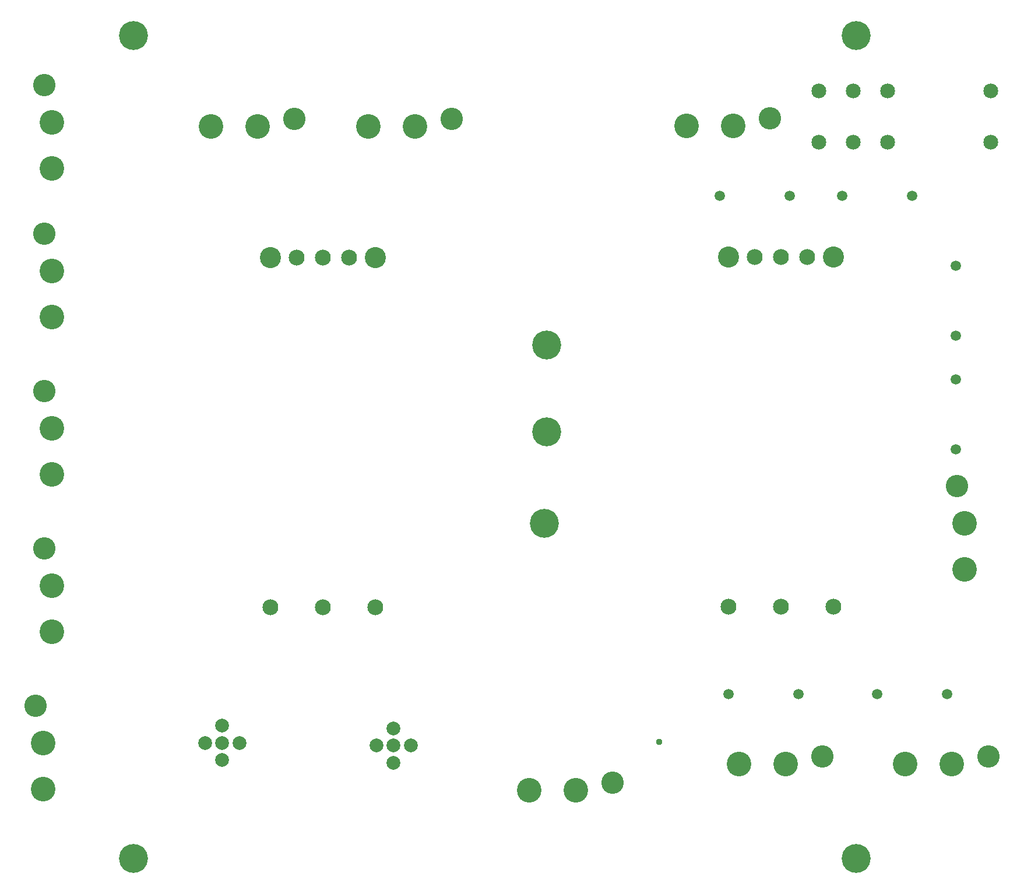
<source format=gbr>
G04 EAGLE Gerber RS-274X export*
G75*
%MOMM*%
%FSLAX34Y34*%
%LPD*%
%INSoldermask Bottom*%
%IPPOS*%
%AMOC8*
5,1,8,0,0,1.08239X$1,22.5*%
G01*
%ADD10C,4.203200*%
%ADD11C,3.578200*%
%ADD12C,3.253200*%
%ADD13C,2.153200*%
%ADD14C,2.303200*%
%ADD15C,3.068200*%
%ADD16C,1.511200*%
%ADD17C,2.003200*%
%ADD18C,0.959600*%


D10*
X220000Y1910000D03*
X220000Y715000D03*
X1270000Y715000D03*
X1270000Y1910000D03*
X820420Y1334760D03*
X820420Y1460490D03*
X816610Y1201410D03*
D11*
X101600Y1501500D03*
X101600Y1568500D03*
D12*
X90600Y1622500D03*
D11*
X101600Y1717400D03*
X101600Y1784400D03*
D12*
X90600Y1838400D03*
D11*
X561700Y1778000D03*
X628700Y1778000D03*
D12*
X682700Y1789000D03*
D11*
X1023980Y1779270D03*
X1090980Y1779270D03*
D12*
X1144980Y1790270D03*
D13*
X1465580Y1830070D03*
X1315580Y1830070D03*
X1265580Y1830070D03*
X1215580Y1830070D03*
X1215580Y1755070D03*
X1265580Y1755070D03*
X1315580Y1755070D03*
X1465580Y1755070D03*
D11*
X333100Y1778000D03*
X400100Y1778000D03*
D12*
X454100Y1789000D03*
D11*
X101600Y1272900D03*
X101600Y1339900D03*
D12*
X90600Y1393900D03*
D11*
X101600Y1044300D03*
X101600Y1111300D03*
D12*
X90600Y1165300D03*
D11*
X88900Y815700D03*
X88900Y882700D03*
D12*
X77900Y936700D03*
D11*
X1427480Y1134470D03*
X1427480Y1201470D03*
D12*
X1416480Y1255470D03*
D14*
X419100Y1079500D03*
X495300Y1079500D03*
X571500Y1079500D03*
D15*
X571500Y1587500D03*
D14*
X533400Y1587500D03*
X495300Y1587500D03*
X457200Y1587500D03*
D15*
X419100Y1587500D03*
D14*
X1084580Y1080770D03*
X1160780Y1080770D03*
X1236980Y1080770D03*
D15*
X1236980Y1588770D03*
D14*
X1198880Y1588770D03*
X1160780Y1588770D03*
X1122680Y1588770D03*
D15*
X1084580Y1588770D03*
D11*
X795380Y814070D03*
X862380Y814070D03*
D12*
X916380Y825070D03*
D16*
X1186180Y953770D03*
X1084580Y953770D03*
X1071880Y1677670D03*
X1173480Y1677670D03*
X1402080Y953770D03*
X1300480Y953770D03*
X1249680Y1677670D03*
X1351280Y1677670D03*
X1414780Y1309370D03*
X1414780Y1410970D03*
X1414780Y1576070D03*
X1414780Y1474470D03*
D11*
X1100180Y852170D03*
X1167180Y852170D03*
D12*
X1221180Y863170D03*
D11*
X1341480Y852170D03*
X1408480Y852170D03*
D12*
X1462480Y863170D03*
D17*
X323850Y882650D03*
X348850Y907650D03*
X373850Y882650D03*
X348850Y857650D03*
X348850Y882650D03*
X572770Y878840D03*
X597770Y903840D03*
X622770Y878840D03*
X597770Y853840D03*
X597770Y878840D03*
D18*
X983488Y883666D03*
M02*

</source>
